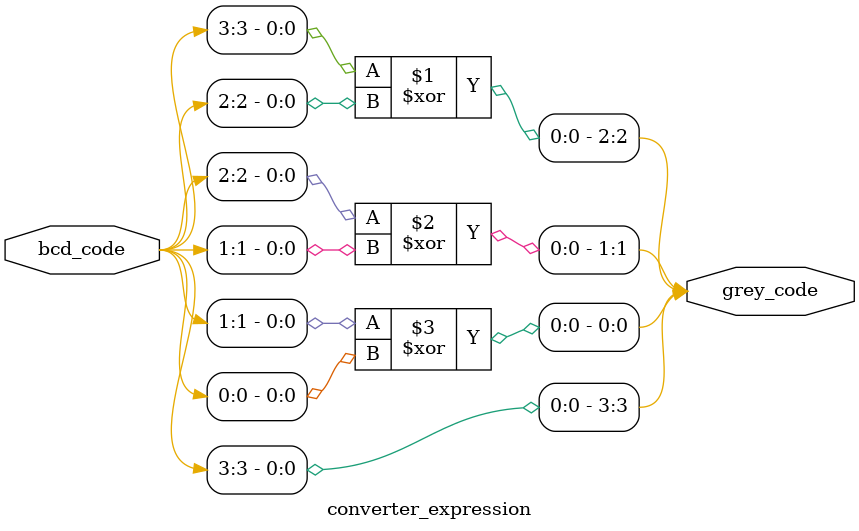
<source format=sv>
module converter_expression(input logic[3:0] bcd_code, output logic[3:0] grey_code);
    // local variables to store the output of different _74LS138_
    logic [7:0] LS_1_out;
    logic [7:0] LS_2_out;
    
    assign grey_code[3] = bcd_code[3];
    assign grey_code[2] = (bcd_code[3] ^ bcd_code[2]);
    assign grey_code[1] = (bcd_code[2] ^ bcd_code[1]);
    assign grey_code[0] = (bcd_code[1] ^ bcd_code[0]);
endmodule
</source>
